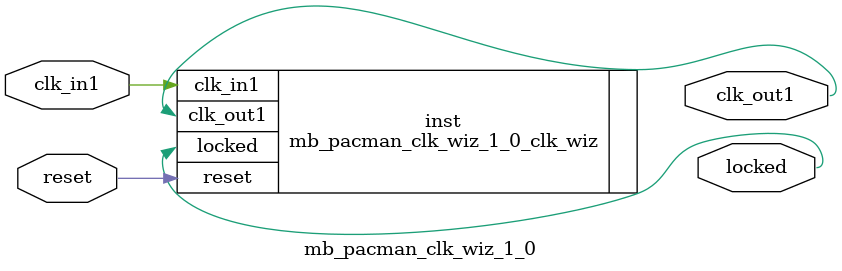
<source format=v>


`timescale 1ps/1ps

(* CORE_GENERATION_INFO = "mb_pacman_clk_wiz_1_0,clk_wiz_v6_0_11_0_0,{component_name=mb_pacman_clk_wiz_1_0,use_phase_alignment=true,use_min_o_jitter=false,use_max_i_jitter=false,use_dyn_phase_shift=false,use_inclk_switchover=false,use_dyn_reconfig=false,enable_axi=0,feedback_source=FDBK_AUTO,PRIMITIVE=MMCM,num_out_clk=1,clkin1_period=10.000,clkin2_period=10.000,use_power_down=false,use_reset=true,use_locked=true,use_inclk_stopped=false,feedback_type=SINGLE,CLOCK_MGR_TYPE=NA,manual_override=false}" *)

module mb_pacman_clk_wiz_1_0 
 (
  // Clock out ports
  output        clk_out1,
  // Status and control signals
  input         reset,
  output        locked,
 // Clock in ports
  input         clk_in1
 );

  mb_pacman_clk_wiz_1_0_clk_wiz inst
  (
  // Clock out ports  
  .clk_out1(clk_out1),
  // Status and control signals               
  .reset(reset), 
  .locked(locked),
 // Clock in ports
  .clk_in1(clk_in1)
  );

endmodule

</source>
